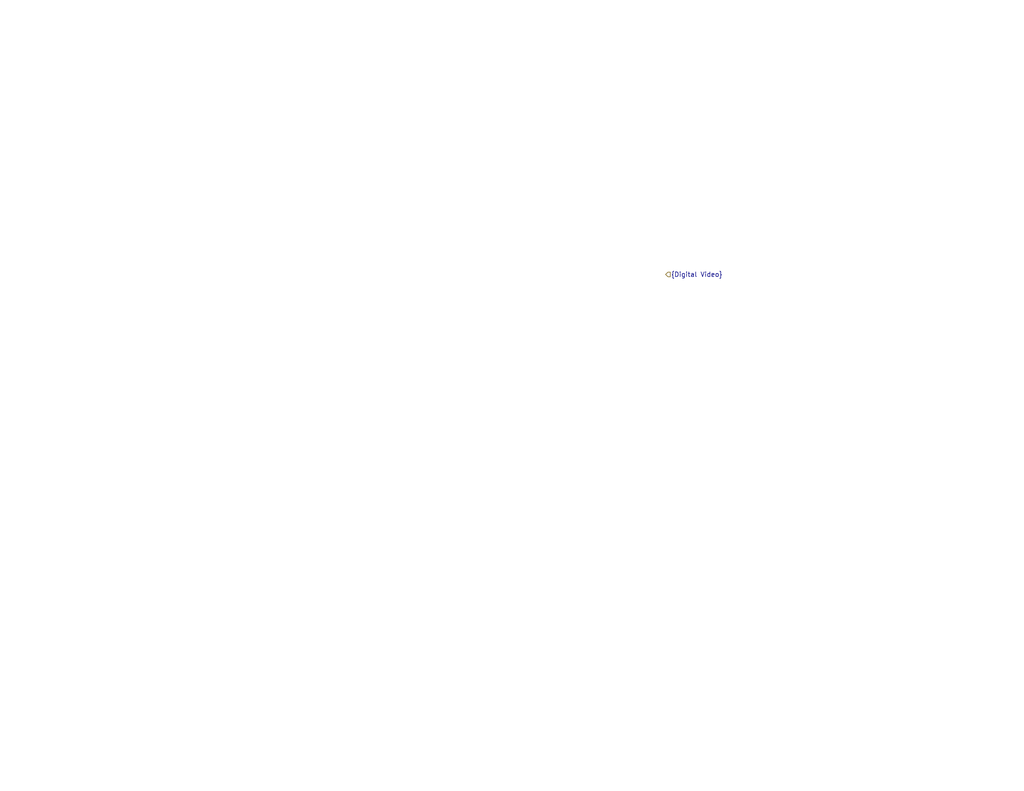
<source format=kicad_sch>
(kicad_sch (version 20230121) (generator eeschema)
  (paper "USLetter")
  (title_block (title "Sentinel 65X") (rev "0") (company "Stuidio 8502"))
  (lib_symbols)
  (hierarchical_label "{Digital Video}" (shape input) (at 181.61 74.93 0))
)
</source>
